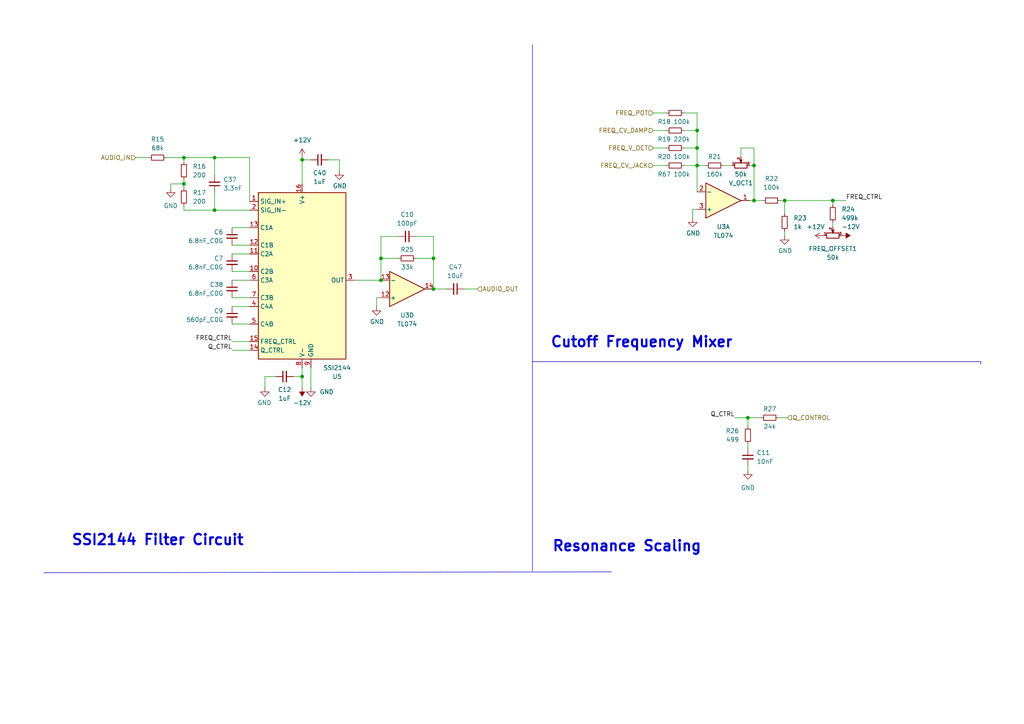
<source format=kicad_sch>
(kicad_sch (version 20230121) (generator eeschema)
  (paper "A4")
  (lib_symbols
    (symbol "Amplifier_Operational:TL074" (pin_names (offset 0.127))
      (property "Reference" "U" (at 0 5.08 0))
      (property "Value" "TL074" (at 0 -5.08 0))
      (symbol "TL074_1_1"
        (polyline (pts (xy -5.08 5.08) (xy 5.08 0) (xy -5.08 -5.08) (xy -5.08 5.08)) (stroke (width 0.254)) (fill (type background)))
        (pin output line (at 7.62 0 180) (length 2.54) (name "~") (number "1"))
        (pin input line (at -7.62 -2.54 0) (length 2.54) (name "-") (number "2"))
        (pin input line (at -7.62 2.54 0) (length 2.54) (name "+") (number "3"))
      )
      (symbol "TL074_2_1"
        (polyline (pts (xy -5.08 5.08) (xy 5.08 0) (xy -5.08 -5.08) (xy -5.08 5.08)) (stroke (width 0.254)) (fill (type background)))
        (pin input line (at -7.62 2.54 0) (length 2.54) (name "+") (number "5"))
        (pin input line (at -7.62 -2.54 0) (length 2.54) (name "-") (number "6"))
        (pin output line (at 7.62 0 180) (length 2.54) (name "~") (number "7"))
      )
      (symbol "TL074_3_1"
        (polyline (pts (xy -5.08 5.08) (xy 5.08 0) (xy -5.08 -5.08) (xy -5.08 5.08)) (stroke (width 0.254)) (fill (type background)))
        (pin input line (at -7.62 2.54 0) (length 2.54) (name "+") (number "10"))
        (pin output line (at 7.62 0 180) (length 2.54) (name "~") (number "8"))
        (pin input line (at -7.62 -2.54 0) (length 2.54) (name "-") (number "9"))
      )
      (symbol "TL074_4_1"
        (polyline (pts (xy -5.08 5.08) (xy 5.08 0) (xy -5.08 -5.08) (xy -5.08 5.08)) (stroke (width 0.254)) (fill (type background)))
        (pin input line (at -7.62 2.54 0) (length 2.54) (name "+") (number "12"))
        (pin input line (at -7.62 -2.54 0) (length 2.54) (name "-") (number "13"))
        (pin output line (at 7.62 0 180) (length 2.54) (name "~") (number "14"))
      )
      (symbol "TL074_5_1"
        (pin power_in line (at -2.54 -7.62 90) (length 3.81) (name "V-") (number "11"))
        (pin power_in line (at -2.54 7.62 270) (length 3.81) (name "V+") (number "4"))
      )
    )
    (symbol "Audio:SSI2144"
      (property "Reference" "U" (at -10.16 26.67 0))
      (property "Value" "SSI2144" (at 6.35 26.67 0))
      (symbol "SSI2144_0_1"
        (rectangle (start -12.7 25.4) (end 12.7 -22.86) (stroke (width 0.254)) (fill (type background)))
      )
      (symbol "SSI2144_1_1"
        (pin input line (at -15.24 22.86 0) (length 2.54) (name "SIG_IN+") (number "1"))
        (pin passive line (at -15.24 2.54 0) (length 2.54) (name "C2B") (number "10"))
        (pin passive line (at -15.24 7.62 0) (length 2.54) (name "C2A") (number "11"))
        (pin passive line (at -15.24 10.16 0) (length 2.54) (name "C1B") (number "12"))
        (pin passive line (at -15.24 15.24 0) (length 2.54) (name "C1A") (number "13"))
        (pin passive line (at -15.24 -20.32 0) (length 2.54) (name "Q_CTRL") (number "14"))
        (pin passive line (at -15.24 -17.78 0) (length 2.54) (name "FREQ_CTRL") (number "15"))
        (pin power_in line (at 0 27.94 270) (length 2.54) (name "V+") (number "16"))
        (pin input line (at -15.24 20.32 0) (length 2.54) (name "SIG_IN-") (number "2"))
        (pin output line (at 15.24 0 180) (length 2.54) (name "OUT") (number "3"))
        (pin passive line (at -15.24 -7.62 0) (length 2.54) (name "C4A") (number "4"))
        (pin passive line (at -15.24 -12.7 0) (length 2.54) (name "C4B") (number "5"))
        (pin passive line (at -15.24 0 0) (length 2.54) (name "C3A") (number "6"))
        (pin passive line (at -15.24 -5.08 0) (length 2.54) (name "C3B") (number "7"))
        (pin power_in line (at 0 -25.4 90) (length 2.54) (name "V-") (number "8"))
        (pin power_in line (at 2.54 -25.4 90) (length 2.54) (name "GND") (number "9"))
      )
    )
    (symbol "Device:C_Small" (pin_numbers hide) (pin_names (offset 0.254) hide)
      (property "Reference" "C" (at 0.254 1.778 0))
      (property "Value" "C_Small" (at 0.254 -2.032 0))
      (symbol "C_Small_0_1"
        (polyline (pts (xy -1.524 -0.508) (xy 1.524 -0.508)) (stroke (width 0.3302)))
        (polyline (pts (xy -1.524 0.508) (xy 1.524 0.508)) (stroke (width 0.3048)))
      )
      (symbol "C_Small_1_1"
        (pin passive line (at 0 2.54 270) (length 2.032) (name "~") (number "1"))
        (pin passive line (at 0 -2.54 90) (length 2.032) (name "~") (number "2"))
      )
    )
    (symbol "Device:R_Potentiometer_Small" (pin_names (offset 1.016) hide)
      (property "Reference" "RV" (at -4.445 0 90))
      (property "Value" "R_Potentiometer_Small" (at -2.54 0 90))
      (symbol "R_Potentiometer_Small_0_1"
        (polyline (pts (xy 0.889 0) (xy 0.635 0) (xy 1.651 0.381) (xy 1.651 -0.381) (xy 0.635 0) (xy 0.889 0)) (fill (type outline)))
        (rectangle (start 0.762 1.8034) (end -0.762 -1.8034) (stroke (width 0.254)))
      )
      (symbol "R_Potentiometer_Small_1_1"
        (pin passive line (at 0 2.54 270) (length 0.635) (name "1") (number "1"))
        (pin passive line (at 2.54 0 180) (length 0.9906) (name "2") (number "2"))
        (pin passive line (at 0 -2.54 90) (length 0.635) (name "3") (number "3"))
      )
    )
    (symbol "Device:R_Small" (pin_numbers hide) (pin_names (offset 0.254) hide)
      (property "Reference" "R" (at 0.762 0.508 0))
      (property "Value" "R_Small" (at 0.762 -1.016 0))
      (symbol "R_Small_0_1"
        (rectangle (start -0.762 1.778) (end 0.762 -1.778) (stroke (width 0.2032)))
      )
      (symbol "R_Small_1_1"
        (pin passive line (at 0 2.54 270) (length 0.762) (name "~") (number "1"))
        (pin passive line (at 0 -2.54 90) (length 0.762) (name "~") (number "2"))
      )
    )
    (symbol "power:+12V" (power) (pin_names (offset 0))
      (property "Value" "+12V" (at 0 3.556 0))
      (symbol "+12V_0_1"
        (polyline (pts (xy -0.762 1.27) (xy 0 2.54)))
        (polyline (pts (xy 0 0) (xy 0 2.54)))
        (polyline (pts (xy 0 2.54) (xy 0.762 1.27)))
      )
      (symbol "+12V_1_1"
        (pin power_in line (at 0 0 90) (length 0) hide (name "+12V") (number "1"))
      )
    )
    (symbol "power:-12V" (power) (pin_names (offset 0))
      (property "Value" "-12V" (at 0 3.81 0))
      (symbol "-12V_0_0"
        (pin power_in line (at 0 0 90) (length 0) hide (name "-12V") (number "1"))
      )
      (symbol "-12V_0_1"
        (polyline (pts (xy 0 0) (xy 0 1.27) (xy 0.762 1.27) (xy 0 2.54) (xy -0.762 1.27) (xy 0 1.27)) (fill (type outline)))
      )
    )
    (symbol "power:GND" (power) (pin_names (offset 0))
      (property "Value" "GND" (at 0 -3.81 0))
      (symbol "GND_0_1"
        (polyline (pts (xy 0 0) (xy 0 -1.27) (xy 1.27 -1.27) (xy 0 -2.54) (xy -1.27 -1.27) (xy 0 -1.27)))
      )
      (symbol "GND_1_1"
        (pin power_in line (at 0 0 270) (length 0) hide (name "GND") (number "1"))
      )
    )
  )
  (junction (at 202.184 42.926))
  (junction (at 62.23 60.96))
  (junction (at 227.584 58.166))
  (junction (at 53.34 53.34))
  (junction (at 241.554 58.166))
  (junction (at 87.63 46.355))
  (junction (at 218.694 48.006))
  (junction (at 62.23 45.72))
  (junction (at 110.49 81.28))
  (junction (at 202.184 37.846))
  (junction (at 53.34 45.72))
  (junction (at 125.73 83.82))
  (junction (at 218.694 58.166))
  (junction (at 216.916 121.158))
  (junction (at 87.63 109.22))
  (junction (at 202.184 48.006))
  (junction (at 125.73 74.93))
  (junction (at 110.49 74.93))
  (wire (pts (xy 227.584 68.326) (xy 227.584 67.056)))
  (wire (pts (xy 202.184 32.766) (xy 202.184 37.846)))
  (wire (pts (xy 218.694 42.926) (xy 218.694 48.006)))
  (wire (pts (xy 67.31 88.9) (xy 72.39 88.9)))
  (wire (pts (xy 115.57 68.58) (xy 110.49 68.58)))
  (wire (pts (xy 62.23 55.88) (xy 62.23 60.96)))
  (wire (pts (xy 214.884 42.926) (xy 218.694 42.926)))
  (wire (pts (xy 241.554 58.166) (xy 241.554 59.436)))
  (wire (pts (xy 67.31 71.12) (xy 72.39 71.12)))
  (polyline (pts (xy 12.7 166.116) (xy 177.292 165.862)))
  (wire (pts (xy 67.31 66.04) (xy 72.39 66.04)))
  (wire (pts (xy 241.554 64.516) (xy 241.554 65.786)))
  (wire (pts (xy 198.374 32.766) (xy 202.184 32.766)))
  (wire (pts (xy 209.804 48.006) (xy 212.344 48.006)))
  (wire (pts (xy 67.31 78.74) (xy 72.39 78.74)))
  (wire (pts (xy 102.87 81.28) (xy 110.49 81.28)))
  (wire (pts (xy 53.34 60.96) (xy 62.23 60.96)))
  (wire (pts (xy 213.106 121.158) (xy 216.916 121.158)))
  (wire (pts (xy 67.31 99.06) (xy 72.39 99.06)))
  (wire (pts (xy 49.53 53.34) (xy 49.53 54.61)))
  (wire (pts (xy 218.694 58.166) (xy 221.234 58.166)))
  (wire (pts (xy 53.34 45.72) (xy 62.23 45.72)))
  (wire (pts (xy 53.34 45.72) (xy 53.34 46.99)))
  (wire (pts (xy 90.17 46.355) (xy 87.63 46.355)))
  (wire (pts (xy 189.484 48.006) (xy 193.294 48.006)))
  (wire (pts (xy 53.34 53.34) (xy 53.34 54.61)))
  (wire (pts (xy 39.37 45.72) (xy 43.18 45.72)))
  (wire (pts (xy 80.01 109.22) (xy 76.835 109.22)))
  (wire (pts (xy 189.484 42.926) (xy 193.294 42.926)))
  (wire (pts (xy 189.484 32.766) (xy 193.294 32.766)))
  (wire (pts (xy 90.17 112.395) (xy 90.17 106.68)))
  (wire (pts (xy 87.63 112.395) (xy 87.63 109.22)))
  (wire (pts (xy 85.09 109.22) (xy 87.63 109.22)))
  (wire (pts (xy 134.62 83.82) (xy 138.43 83.82)))
  (wire (pts (xy 110.49 68.58) (xy 110.49 74.93)))
  (wire (pts (xy 227.584 58.166) (xy 227.584 61.976)))
  (wire (pts (xy 198.374 42.926) (xy 202.184 42.926)))
  (wire (pts (xy 198.374 37.846) (xy 202.184 37.846)))
  (wire (pts (xy 202.184 48.006) (xy 204.724 48.006)))
  (wire (pts (xy 98.425 46.355) (xy 98.425 49.53)))
  (wire (pts (xy 214.884 45.466) (xy 214.884 42.926)))
  (wire (pts (xy 202.184 42.926) (xy 202.184 48.006)))
  (wire (pts (xy 67.31 93.98) (xy 72.39 93.98)))
  (wire (pts (xy 226.314 58.166) (xy 227.584 58.166)))
  (wire (pts (xy 109.22 86.36) (xy 109.22 88.9)))
  (wire (pts (xy 62.23 45.72) (xy 62.23 50.8)))
  (wire (pts (xy 200.914 60.706) (xy 202.184 60.706)))
  (wire (pts (xy 216.916 121.158) (xy 216.916 123.698)))
  (wire (pts (xy 62.23 45.72) (xy 72.39 45.72)))
  (wire (pts (xy 76.835 109.22) (xy 76.835 112.395)))
  (wire (pts (xy 120.65 68.58) (xy 125.73 68.58)))
  (wire (pts (xy 202.184 37.846) (xy 202.184 42.926)))
  (wire (pts (xy 227.584 58.166) (xy 241.554 58.166)))
  (wire (pts (xy 95.25 46.355) (xy 98.425 46.355)))
  (wire (pts (xy 120.65 74.93) (xy 125.73 74.93)))
  (wire (pts (xy 62.23 60.96) (xy 72.39 60.96)))
  (wire (pts (xy 202.184 48.006) (xy 202.184 55.626)))
  (wire (pts (xy 109.22 86.36) (xy 110.49 86.36)))
  (wire (pts (xy 48.26 45.72) (xy 53.34 45.72)))
  (wire (pts (xy 67.31 101.6) (xy 72.39 101.6)))
  (wire (pts (xy 241.554 58.166) (xy 245.364 58.166)))
  (wire (pts (xy 125.73 68.58) (xy 125.73 74.93)))
  (wire (pts (xy 200.914 60.706) (xy 200.914 63.246)))
  (wire (pts (xy 189.484 37.846) (xy 193.294 37.846)))
  (wire (pts (xy 216.916 135.128) (xy 216.916 136.398)))
  (wire (pts (xy 53.34 52.07) (xy 53.34 53.34)))
  (wire (pts (xy 87.63 109.22) (xy 87.63 106.68)))
  (polyline (pts (xy 154.432 12.954) (xy 154.432 165.608)))
  (wire (pts (xy 72.39 58.42) (xy 72.39 45.72)))
  (wire (pts (xy 216.916 128.778) (xy 216.916 130.048)))
  (wire (pts (xy 87.63 53.34) (xy 87.63 46.355)))
  (wire (pts (xy 67.31 81.28) (xy 72.39 81.28)))
  (wire (pts (xy 198.374 48.006) (xy 202.184 48.006)))
  (wire (pts (xy 125.73 74.93) (xy 125.73 83.82)))
  (wire (pts (xy 49.53 53.34) (xy 53.34 53.34)))
  (wire (pts (xy 110.49 74.93) (xy 110.49 81.28)))
  (wire (pts (xy 125.73 83.82) (xy 129.54 83.82)))
  (wire (pts (xy 217.424 58.166) (xy 218.694 58.166)))
  (wire (pts (xy 110.49 74.93) (xy 115.57 74.93)))
  (wire (pts (xy 220.726 121.158) (xy 216.916 121.158)))
  (polyline (pts (xy 284.48 104.902) (xy 284.48 105.664)))
  (wire (pts (xy 67.31 73.66) (xy 72.39 73.66)))
  (wire (pts (xy 218.694 48.006) (xy 218.694 58.166)))
  (wire (pts (xy 87.63 46.355) (xy 87.63 45.72)))
  (wire (pts (xy 53.34 59.69) (xy 53.34 60.96)))
  (wire (pts (xy 228.346 121.158) (xy 225.806 121.158)))
  (wire (pts (xy 67.31 86.36) (xy 72.39 86.36)))
  (polyline (pts (xy 154.432 104.902) (xy 284.48 104.902)))
  (wire (pts (xy 217.424 48.006) (xy 218.694 48.006)))
  (text "Cutoff Frequency Mixer" (at 159.512 101.092 0) (effects (font (size 3 3) (thickness 0.6) bold) (justify left bottom)))
  (text "SSI2144 Filter Circuit" (at 20.574 158.496 0) (effects (font (size 3 3) (thickness 0.6) bold) (justify left bottom)))
  (text "Resonance Scaling" (at 160.02 160.274 0) (effects (font (size 3 3) (thickness 0.6) bold) (justify left bottom)))
  (label "Q_CTRL" (at 213.106 121.158 180))
  (label "Q_CTRL" (at 67.31 101.6 180))
  (label "FREQ_CTRL" (at 245.364 58.166 0))
  (label "FREQ_CTRL" (at 67.31 99.06 180))
  (hierarchical_label "FREQ_CV_DAMP" (shape input) (at 189.484 37.846 180))
  (hierarchical_label "Q_CONTROL" (shape input) (at 228.346 121.158 0))
  (hierarchical_label "AUDIO_IN" (shape input) (at 39.37 45.72 180))
  (hierarchical_label "AUDIO_OUT" (shape input) (at 138.43 83.82 0))
  (hierarchical_label "FREQ_CV_JACK" (shape input) (at 189.484 48.006 180))
  (hierarchical_label "FREQ_V_OCT" (shape input) (at 189.484 42.926 180))
  (hierarchical_label "FREQ_POT" (shape input) (at 189.484 32.766 180))
  (symbol (lib_id "Device:R_Potentiometer_Small") (at 241.554 68.326 90) (unit 1)
    (property "Reference" "FREQ_OFFSET1" (at 241.554 72.136 90))
    (property "Value" "50k" (at 241.554 74.676 90))
    (property "Footprint" "Potentiometer_SMD:Potentiometer_Bourns_TC33X_Vertical" (effects hide))
  )
  (symbol (lib_id "power:GND") (at 76.835 112.395 0) (mirror y) (unit 1)
    (property "Reference" "#PWR080" (effects hide))
    (property "Value" "GND" (at 76.708 116.7892 0))
  )
  (symbol (lib_id "Device:R_Small") (at 45.72 45.72 270) (unit 1)
    (property "Reference" "R15" (at 45.72 40.386 90))
    (property "Value" "68k" (at 45.72 42.926 90))
    (property "Footprint" "Resistor_SMD:R_0603_1608Metric_Pad0.98x0.95mm_HandSolder" (effects hide))
  )
  (symbol (lib_id "Device:C_Small") (at 82.55 109.22 90) (unit 1)
    (property "Reference" "C12" (at 82.5564 113.03 90))
    (property "Value" "1uF" (at 82.5564 115.57 90))
    (property "Footprint" "Capacitor_SMD:C_0603_1608Metric_Pad1.08x0.95mm_HandSolder" (effects hide))
  )
  (symbol (lib_id "Device:C_Small") (at 67.31 83.82 0) (unit 1)
    (property "Reference" "C38" (at 64.77 82.5562 0) (effects (justify right)))
    (property "Value" "6.8nF_C0G" (at 64.77 85.0962 0) (effects (justify right)))
    (property "Footprint" "Capacitor_SMD:C_0603_1608Metric_Pad1.08x0.95mm_HandSolder" (effects hide))
  )
  (symbol (lib_id "power:GND") (at 109.22 88.9 0) (unit 1)
    (property "Reference" "#PWR034" (effects hide))
    (property "Value" "GND" (at 109.347 93.2942 0))
  )
  (symbol (lib_id "power:-12V") (at 244.094 68.326 270) (unit 1)
    (property "Reference" "#PWR033" (effects hide))
    (property "Value" "-12V" (at 244.094 65.786 90) (effects (justify left)))
  )
  (symbol (lib_id "Device:R_Small") (at 216.916 126.238 180) (unit 1)
    (property "Reference" "R26" (at 214.376 124.9679 0) (effects (justify left)))
    (property "Value" "499" (at 214.376 127.5079 0) (effects (justify left)))
    (property "Footprint" "Resistor_SMD:R_0603_1608Metric_Pad0.98x0.95mm_HandSolder" (effects hide))
  )
  (symbol (lib_id "Device:C_Small") (at 132.08 83.82 270) (unit 1)
    (property "Reference" "C47" (at 132.0736 77.47 90))
    (property "Value" "10uF" (at 132.0736 80.01 90))
    (property "Footprint" "Capacitor_SMD:C_0603_1608Metric_Pad1.08x0.95mm_HandSolder" (effects hide))
  )
  (symbol (lib_id "Device:R_Small") (at 195.834 48.006 270) (unit 1)
    (property "Reference" "R67" (at 192.659 50.546 90))
    (property "Value" "100k" (at 197.739 50.546 90))
    (property "Footprint" "Resistor_SMD:R_0603_1608Metric_Pad0.98x0.95mm_HandSolder" (effects hide))
  )
  (symbol (lib_id "Device:C_Small") (at 92.71 46.355 90) (unit 1)
    (property "Reference" "C40" (at 92.7164 50.165 90))
    (property "Value" "1uF" (at 92.7164 52.705 90))
    (property "Footprint" "Capacitor_SMD:C_0603_1608Metric_Pad1.08x0.95mm_HandSolder" (effects hide))
  )
  (symbol (lib_id "power:GND") (at 227.584 68.326 0) (unit 1)
    (property "Reference" "#PWR028" (effects hide))
    (property "Value" "GND" (at 227.711 72.7202 0))
  )
  (symbol (lib_id "power:GND") (at 216.916 136.398 0) (unit 1)
    (property "Reference" "#PWR035" (effects hide))
    (property "Value" "GND" (at 216.916 141.478 0))
  )
  (symbol (lib_id "power:-12V") (at 87.63 112.395 180) (unit 1)
    (property "Reference" "#PWR030" (effects hide))
    (property "Value" "-12V" (at 87.63 116.84 0))
  )
  (symbol (lib_id "Device:R_Small") (at 53.34 49.53 180) (unit 1)
    (property "Reference" "R16" (at 55.88 48.2599 0) (effects (justify right)))
    (property "Value" "200" (at 55.88 50.7999 0) (effects (justify right)))
    (property "Footprint" "Resistor_SMD:R_0603_1608Metric_Pad0.98x0.95mm_HandSolder" (effects hide))
  )
  (symbol (lib_id "Device:C_Small") (at 62.23 53.34 180) (unit 1)
    (property "Reference" "C37" (at 64.77 52.0635 0) (effects (justify right)))
    (property "Value" "3.3nF" (at 64.77 54.6035 0) (effects (justify right)))
    (property "Footprint" "Capacitor_SMD:C_0603_1608Metric_Pad1.08x0.95mm_HandSolder" (effects hide))
  )
  (symbol (lib_id "Device:R_Small") (at 195.834 42.926 270) (unit 1)
    (property "Reference" "R20" (at 192.659 45.466 90))
    (property "Value" "100k" (at 197.739 45.466 90))
    (property "Footprint" "Resistor_SMD:R_0603_1608Metric_Pad0.98x0.95mm_HandSolder" (effects hide))
  )
  (symbol (lib_id "power:GND") (at 98.425 49.53 0) (unit 1)
    (property "Reference" "#PWR081" (effects hide))
    (property "Value" "GND" (at 98.552 53.9242 0))
  )
  (symbol (lib_id "power:+12V") (at 239.014 68.326 90) (unit 1)
    (property "Reference" "#PWR032" (effects hide))
    (property "Value" "+12V" (at 233.934 65.786 90) (effects (justify right)))
  )
  (symbol (lib_id "Audio:SSI2144") (at 87.63 81.28 0) (unit 1)
    (property "Reference" "U5" (at 97.79 109.22 0))
    (property "Value" "SSI2144" (at 97.79 106.68 0))
    (property "Footprint" "Package_SO:SSOP-16_3.9x4.9mm_P0.635mm" (effects hide))
    (property "Datasheet" "http://www.soundsemiconductor.com/downloads/ssi2144datasheet.pdf" (effects hide))
  )
  (symbol (lib_id "Device:C_Small") (at 67.31 76.2 0) (unit 1)
    (property "Reference" "C7" (at 64.77 74.9362 0) (effects (justify right)))
    (property "Value" "6.8nF_C0G" (at 64.77 77.4762 0) (effects (justify right)))
    (property "Footprint" "Capacitor_SMD:C_0603_1608Metric_Pad1.08x0.95mm_HandSolder" (effects hide))
  )
  (symbol (lib_id "power:GND") (at 200.914 63.246 0) (unit 1)
    (property "Reference" "#PWR027" (effects hide))
    (property "Value" "GND" (at 201.041 67.6402 0))
  )
  (symbol (lib_id "Device:R_Potentiometer_Small") (at 214.884 48.006 90) (unit 1)
    (property "Reference" "V_OCT1" (at 214.884 53.086 90))
    (property "Value" "50k" (at 214.884 50.546 90))
    (property "Footprint" "Potentiometer_SMD:Potentiometer_Bourns_TC33X_Vertical" (effects hide))
  )
  (symbol (lib_id "Device:R_Small") (at 241.554 61.976 0) (unit 1)
    (property "Reference" "R24" (at 244.094 60.7059 0) (effects (justify left)))
    (property "Value" "499k" (at 244.094 63.2459 0) (effects (justify left)))
    (property "Footprint" "Resistor_SMD:R_0603_1608Metric_Pad0.98x0.95mm_HandSolder" (effects hide))
  )
  (symbol (lib_id "Device:C_Small") (at 67.31 91.44 0) (unit 1)
    (property "Reference" "C9" (at 64.77 90.1762 0) (effects (justify right)))
    (property "Value" "560pF_C0G" (at 64.77 92.7162 0) (effects (justify right)))
    (property "Footprint" "Capacitor_SMD:C_0603_1608Metric_Pad1.08x0.95mm_HandSolder" (effects hide))
  )
  (symbol (lib_id "Device:R_Small") (at 227.584 64.516 0) (unit 1)
    (property "Reference" "R23" (at 230.124 63.2459 0) (effects (justify left)))
    (property "Value" "1k" (at 230.124 65.7859 0) (effects (justify left)))
    (property "Footprint" "Resistor_SMD:R_0603_1608Metric_Pad0.98x0.95mm_HandSolder" (effects hide))
  )
  (symbol (lib_id "Device:C_Small") (at 67.31 68.58 0) (unit 1)
    (property "Reference" "C6" (at 64.77 67.3162 0) (effects (justify right)))
    (property "Value" "6.8nF_C0G" (at 64.77 69.8562 0) (effects (justify right)))
    (property "Footprint" "Capacitor_SMD:C_0603_1608Metric_Pad1.08x0.95mm_HandSolder" (effects hide))
  )
  (symbol (lib_id "Amplifier_Operational:TL074") (at 209.804 58.166 0) (mirror x) (unit 1)
    (property "Reference" "U3" (at 209.804 65.786 0))
    (property "Value" "TL074" (at 209.804 68.326 0))
    (property "Footprint" "Package_SO:SOIC-14_3.9x8.7mm_P1.27mm" (effects hide))
    (property "Datasheet" "http://www.ti.com/lit/ds/symlink/tl071.pdf" (effects hide))
  )
  (symbol (lib_id "Device:R_Small") (at 207.264 48.006 270) (unit 1)
    (property "Reference" "R21" (at 207.264 45.466 90))
    (property "Value" "160k" (at 207.264 50.546 90))
    (property "Footprint" "Resistor_SMD:R_0603_1608Metric_Pad0.98x0.95mm_HandSolder" (effects hide))
  )
  (symbol (lib_id "Device:R_Small") (at 118.11 74.93 270) (unit 1)
    (property "Reference" "R25" (at 118.11 72.39 90))
    (property "Value" "33k" (at 118.11 77.47 90))
    (property "Footprint" "Resistor_SMD:R_0603_1608Metric_Pad0.98x0.95mm_HandSolder" (effects hide))
  )
  (symbol (lib_id "Device:R_Small") (at 223.774 58.166 270) (unit 1)
    (property "Reference" "R22" (at 223.774 51.816 90))
    (property "Value" "100k" (at 223.774 54.356 90))
    (property "Footprint" "Resistor_SMD:R_0603_1608Metric_Pad0.98x0.95mm_HandSolder" (effects hide))
  )
  (symbol (lib_id "Device:R_Small") (at 223.266 121.158 270) (unit 1)
    (property "Reference" "R27" (at 223.266 118.618 90))
    (property "Value" "24k" (at 223.266 123.698 90))
    (property "Footprint" "Resistor_SMD:R_0603_1608Metric_Pad0.98x0.95mm_HandSolder" (effects hide))
  )
  (symbol (lib_id "Device:C_Small") (at 216.916 132.588 0) (unit 1)
    (property "Reference" "C11" (at 219.456 131.3242 0) (effects (justify left)))
    (property "Value" "10nF" (at 219.456 133.8642 0) (effects (justify left)))
    (property "Footprint" "Capacitor_SMD:C_0603_1608Metric_Pad1.08x0.95mm_HandSolder" (effects hide))
  )
  (symbol (lib_id "Amplifier_Operational:TL074") (at 118.11 83.82 0) (mirror x) (unit 4)
    (property "Reference" "U3" (at 118.11 91.44 0))
    (property "Value" "TL074" (at 118.11 93.98 0))
    (property "Footprint" "Package_SO:SOIC-14_3.9x8.7mm_P1.27mm" (effects hide))
    (property "Datasheet" "http://www.ti.com/lit/ds/symlink/tl071.pdf" (effects hide))
  )
  (symbol (lib_id "power:GND") (at 49.53 54.61 0) (unit 1)
    (property "Reference" "#PWR026" (effects hide))
    (property "Value" "GND" (at 49.53 59.69 0))
  )
  (symbol (lib_id "Device:R_Small") (at 195.834 32.766 270) (unit 1)
    (property "Reference" "R18" (at 192.659 35.306 90))
    (property "Value" "100k" (at 197.739 35.306 90))
    (property "Footprint" "Resistor_SMD:R_0603_1608Metric_Pad0.98x0.95mm_HandSolder" (effects hide))
  )
  (symbol (lib_id "Device:R_Small") (at 195.834 37.846 270) (unit 1)
    (property "Reference" "R19" (at 192.659 40.386 90))
    (property "Value" "220k" (at 197.739 40.386 90))
    (property "Footprint" "Resistor_SMD:R_0603_1608Metric_Pad0.98x0.95mm_HandSolder" (effects hide))
  )
  (symbol (lib_id "power:+12V") (at 87.63 45.72 0) (unit 1)
    (property "Reference" "#PWR029" (effects hide))
    (property "Value" "+12V" (at 87.63 40.64 0))
  )
  (symbol (lib_id "power:GND") (at 90.17 112.395 0) (unit 1)
    (property "Reference" "#PWR031" (effects hide))
    (property "Value" "GND" (at 92.71 113.6649 0) (effects (justify left)))
  )
  (symbol (lib_id "Device:R_Small") (at 53.34 57.15 180) (unit 1)
    (property "Reference" "R17" (at 55.88 55.8799 0) (effects (justify right)))
    (property "Value" "200" (at 55.88 58.4199 0) (effects (justify right)))
    (property "Footprint" "Resistor_SMD:R_0603_1608Metric_Pad0.98x0.95mm_HandSolder" (effects hide))
  )
  (symbol (lib_id "Device:C_Small") (at 118.11 68.58 270) (unit 1)
    (property "Reference" "C10" (at 118.1036 62.23 90))
    (property "Value" "100pF" (at 118.1036 64.77 90))
    (property "Footprint" "Capacitor_SMD:C_0603_1608Metric_Pad1.08x0.95mm_HandSolder" (effects hide))
  )
)
</source>
